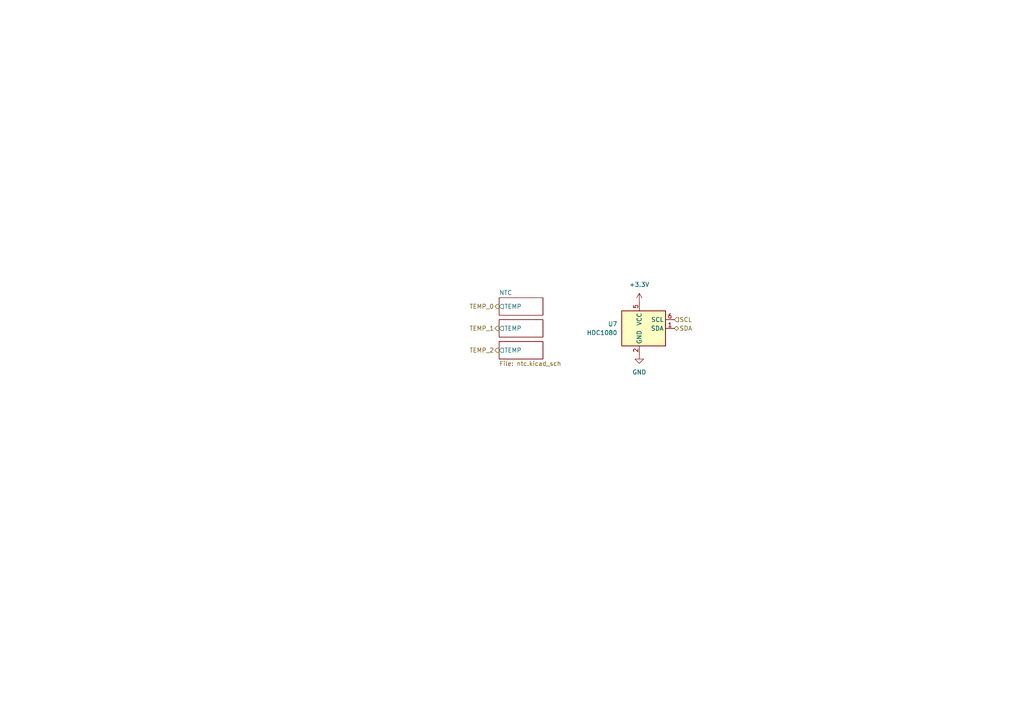
<source format=kicad_sch>
(kicad_sch (version 20211123) (generator eeschema)
  (paper "A4")
  (lib_symbols
    (symbol "Sensor_Humidity:HDC1080"
      (property "Reference" "U" (at -6.35 6.35 0))
      (property "Value" "HDC1080" (at 3.81 6.35 0))
      (symbol "HDC1080_0_1"
        (rectangle (start -7.62 5.08) (end 5.08 -5.08) (stroke (width 0.254)) (fill (type background)))
      )
      (symbol "HDC1080_1_1"
        (pin bidirectional line (at 7.62 0 180) (length 2.54) (name "SDA") (number "1"))
        (pin power_in line (at -2.54 -7.62 90) (length 2.54) (name "GND") (number "2"))
        (pin no_connect line (at -7.62 0 0) (length 2.54) hide (name "NC") (number "3"))
        (pin no_connect line (at -7.62 -2.54 0) (length 2.54) hide (name "NC") (number "4"))
        (pin power_in line (at -2.54 7.62 270) (length 2.54) (name "VCC") (number "5"))
        (pin input line (at 7.62 2.54 180) (length 2.54) (name "SCL") (number "6"))
        (pin no_connect line (at -7.62 2.54 0) (length 2.54) hide (name "DAP") (number "7"))
      )
    )
    (symbol "power:+3.3V" (power) (pin_names (offset 0))
      (property "Value" "+3.3V" (at 0 3.556 0))
      (symbol "+3.3V_0_1"
        (polyline (pts (xy -0.762 1.27) (xy 0 2.54)))
        (polyline (pts (xy 0 0) (xy 0 2.54)))
        (polyline (pts (xy 0 2.54) (xy 0.762 1.27)))
      )
      (symbol "+3.3V_1_1"
        (pin power_in line (at 0 0 90) (length 0) hide (name "+3.3V") (number "1"))
      )
    )
    (symbol "power:GND" (power) (pin_names (offset 0))
      (property "Value" "GND" (at 0 -3.81 0))
      (symbol "GND_0_1"
        (polyline (pts (xy 0 0) (xy 0 -1.27) (xy 1.27 -1.27) (xy 0 -2.54) (xy -1.27 -1.27) (xy 0 -1.27)))
      )
      (symbol "GND_1_1"
        (pin power_in line (at 0 0 270) (length 0) hide (name "GND") (number "1"))
      )
    )
  )
  (hierarchical_label "SDA" (shape bidirectional) (at 195.58 95.25 0))
  (hierarchical_label "TEMP_2" (shape output) (at 144.78 101.6 180))
  (hierarchical_label "TEMP_0" (shape output) (at 144.78 88.9 180))
  (hierarchical_label "SCL" (shape input) (at 195.58 92.71 0))
  (hierarchical_label "TEMP_1" (shape output) (at 144.78 95.25 180))
  (symbol (lib_id "power:+3.3V") (at 185.42 87.63 0) (unit 1)
    (property "Reference" "#PWR039" (effects hide))
    (property "Value" "+3.3V" (at 185.42 82.55 0))
  )
  (symbol (lib_id "power:GND") (at 185.42 102.87 0) (unit 1)
    (property "Reference" "#PWR040" (effects hide))
    (property "Value" "GND" (at 185.42 107.95 0))
  )
  (symbol (lib_id "Sensor_Humidity:HDC1080") (at 187.96 95.25 0) (unit 1)
    (property "Reference" "U7" (at 179.07 93.9799 0) (effects (justify right)))
    (property "Value" "HDC1080" (at 179.07 96.5199 0) (effects (justify right)))
    (property "Footprint" "Package_SON:Texas_PWSON-N6" (effects hide))
    (property "Datasheet" "http://www.ti.com/lit/ds/symlink/hdc1080.pdf" (effects hide))
  )
  (sheet (at 144.78 92.71) (size 12.7 5.08) (stroke (width 0.1524))
    (property "Sheet name" "NTC1" (effects hide))
    (property "Sheet file" "ntc.kicad_sch" (effects hide))
    (pin "TEMP" output (at 144.78 95.25 180))
  )
  (sheet (at 144.78 99.06) (size 12.7 5.08) (stroke (width 0.1524))
    (property "Sheet name" "NTC2" (effects hide))
    (property "Sheet file" "ntc.kicad_sch" (at 144.78 104.7246 0) (effects (justify left top)))
    (pin "TEMP" output (at 144.78 101.6 180))
  )
  (sheet (at 144.78 86.36) (size 12.7 5.08) (stroke (width 0.1524))
    (property "Sheet name" "NTC" (at 144.78 85.6484 0) (effects (justify left bottom)))
    (property "Sheet file" "ntc.kicad_sch" (effects hide))
    (pin "TEMP" output (at 144.78 88.9 180))
  )
)
</source>
